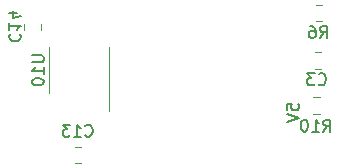
<source format=gbr>
%TF.GenerationSoftware,KiCad,Pcbnew,(5.1.9)-1*%
%TF.CreationDate,2021-07-10T09:55:13-04:00*%
%TF.ProjectId,detector_circuit,64657465-6374-46f7-925f-636972637569,rev?*%
%TF.SameCoordinates,Original*%
%TF.FileFunction,Legend,Bot*%
%TF.FilePolarity,Positive*%
%FSLAX46Y46*%
G04 Gerber Fmt 4.6, Leading zero omitted, Abs format (unit mm)*
G04 Created by KiCad (PCBNEW (5.1.9)-1) date 2021-07-10 09:55:13*
%MOMM*%
%LPD*%
G01*
G04 APERTURE LIST*
%ADD10C,0.150000*%
%ADD11C,0.120000*%
G04 APERTURE END LIST*
D10*
X125055380Y-64071523D02*
X125055380Y-63595333D01*
X125531571Y-63547714D01*
X125483952Y-63595333D01*
X125436333Y-63690571D01*
X125436333Y-63928666D01*
X125483952Y-64023904D01*
X125531571Y-64071523D01*
X125626809Y-64119142D01*
X125864904Y-64119142D01*
X125960142Y-64071523D01*
X126007761Y-64023904D01*
X126055380Y-63928666D01*
X126055380Y-63690571D01*
X126007761Y-63595333D01*
X125960142Y-63547714D01*
X125055380Y-64404857D02*
X126055380Y-64738190D01*
X125055380Y-65071523D01*
D11*
%TO.C,C13*%
X107079148Y-67184200D02*
X107601652Y-67184200D01*
X107079148Y-68604200D02*
X107601652Y-68604200D01*
%TO.C,U10*%
X110002000Y-60706000D02*
X110002000Y-64156000D01*
X110002000Y-60706000D02*
X110002000Y-58756000D01*
X104882000Y-60706000D02*
X104882000Y-62656000D01*
X104882000Y-60706000D02*
X104882000Y-58756000D01*
%TO.C,R10*%
X127310248Y-62980500D02*
X127832752Y-62980500D01*
X127310248Y-64400500D02*
X127832752Y-64400500D01*
%TO.C,R6*%
X127500748Y-55170000D02*
X128023252Y-55170000D01*
X127500748Y-56590000D02*
X128023252Y-56590000D01*
%TO.C,C14*%
X102795000Y-57293252D02*
X102795000Y-56770748D01*
X104215000Y-57293252D02*
X104215000Y-56770748D01*
%TO.C,C3*%
X127968752Y-60590500D02*
X127446248Y-60590500D01*
X127968752Y-59170500D02*
X127446248Y-59170500D01*
%TO.C,C13*%
D10*
X107983257Y-66244742D02*
X108030876Y-66292361D01*
X108173733Y-66339980D01*
X108268971Y-66339980D01*
X108411828Y-66292361D01*
X108507066Y-66197123D01*
X108554685Y-66101885D01*
X108602304Y-65911409D01*
X108602304Y-65768552D01*
X108554685Y-65578076D01*
X108507066Y-65482838D01*
X108411828Y-65387600D01*
X108268971Y-65339980D01*
X108173733Y-65339980D01*
X108030876Y-65387600D01*
X107983257Y-65435219D01*
X107030876Y-66339980D02*
X107602304Y-66339980D01*
X107316590Y-66339980D02*
X107316590Y-65339980D01*
X107411828Y-65482838D01*
X107507066Y-65578076D01*
X107602304Y-65625695D01*
X106697542Y-65339980D02*
X106078495Y-65339980D01*
X106411828Y-65720933D01*
X106268971Y-65720933D01*
X106173733Y-65768552D01*
X106126114Y-65816171D01*
X106078495Y-65911409D01*
X106078495Y-66149504D01*
X106126114Y-66244742D01*
X106173733Y-66292361D01*
X106268971Y-66339980D01*
X106554685Y-66339980D01*
X106649923Y-66292361D01*
X106697542Y-66244742D01*
%TO.C,U10*%
X103465380Y-59467904D02*
X104274904Y-59467904D01*
X104370142Y-59515523D01*
X104417761Y-59563142D01*
X104465380Y-59658380D01*
X104465380Y-59848857D01*
X104417761Y-59944095D01*
X104370142Y-59991714D01*
X104274904Y-60039333D01*
X103465380Y-60039333D01*
X104465380Y-61039333D02*
X104465380Y-60467904D01*
X104465380Y-60753619D02*
X103465380Y-60753619D01*
X103608238Y-60658380D01*
X103703476Y-60563142D01*
X103751095Y-60467904D01*
X103465380Y-61658380D02*
X103465380Y-61753619D01*
X103513000Y-61848857D01*
X103560619Y-61896476D01*
X103655857Y-61944095D01*
X103846333Y-61991714D01*
X104084428Y-61991714D01*
X104274904Y-61944095D01*
X104370142Y-61896476D01*
X104417761Y-61848857D01*
X104465380Y-61753619D01*
X104465380Y-61658380D01*
X104417761Y-61563142D01*
X104370142Y-61515523D01*
X104274904Y-61467904D01*
X104084428Y-61420285D01*
X103846333Y-61420285D01*
X103655857Y-61467904D01*
X103560619Y-61515523D01*
X103513000Y-61563142D01*
X103465380Y-61658380D01*
%TO.C,R10*%
X128150857Y-65920880D02*
X128484190Y-65444690D01*
X128722285Y-65920880D02*
X128722285Y-64920880D01*
X128341333Y-64920880D01*
X128246095Y-64968500D01*
X128198476Y-65016119D01*
X128150857Y-65111357D01*
X128150857Y-65254214D01*
X128198476Y-65349452D01*
X128246095Y-65397071D01*
X128341333Y-65444690D01*
X128722285Y-65444690D01*
X127198476Y-65920880D02*
X127769904Y-65920880D01*
X127484190Y-65920880D02*
X127484190Y-64920880D01*
X127579428Y-65063738D01*
X127674666Y-65158976D01*
X127769904Y-65206595D01*
X126579428Y-64920880D02*
X126484190Y-64920880D01*
X126388952Y-64968500D01*
X126341333Y-65016119D01*
X126293714Y-65111357D01*
X126246095Y-65301833D01*
X126246095Y-65539928D01*
X126293714Y-65730404D01*
X126341333Y-65825642D01*
X126388952Y-65873261D01*
X126484190Y-65920880D01*
X126579428Y-65920880D01*
X126674666Y-65873261D01*
X126722285Y-65825642D01*
X126769904Y-65730404D01*
X126817523Y-65539928D01*
X126817523Y-65301833D01*
X126769904Y-65111357D01*
X126722285Y-65016119D01*
X126674666Y-64968500D01*
X126579428Y-64920880D01*
%TO.C,R6*%
X127865166Y-57983380D02*
X128198500Y-57507190D01*
X128436595Y-57983380D02*
X128436595Y-56983380D01*
X128055642Y-56983380D01*
X127960404Y-57031000D01*
X127912785Y-57078619D01*
X127865166Y-57173857D01*
X127865166Y-57316714D01*
X127912785Y-57411952D01*
X127960404Y-57459571D01*
X128055642Y-57507190D01*
X128436595Y-57507190D01*
X127008023Y-56983380D02*
X127198500Y-56983380D01*
X127293738Y-57031000D01*
X127341357Y-57078619D01*
X127436595Y-57221476D01*
X127484214Y-57411952D01*
X127484214Y-57792904D01*
X127436595Y-57888142D01*
X127388976Y-57935761D01*
X127293738Y-57983380D01*
X127103261Y-57983380D01*
X127008023Y-57935761D01*
X126960404Y-57888142D01*
X126912785Y-57792904D01*
X126912785Y-57554809D01*
X126960404Y-57459571D01*
X127008023Y-57411952D01*
X127103261Y-57364333D01*
X127293738Y-57364333D01*
X127388976Y-57411952D01*
X127436595Y-57459571D01*
X127484214Y-57554809D01*
%TO.C,C14*%
X101623857Y-57665857D02*
X101576238Y-57713476D01*
X101528619Y-57856333D01*
X101528619Y-57951571D01*
X101576238Y-58094428D01*
X101671476Y-58189666D01*
X101766714Y-58237285D01*
X101957190Y-58284904D01*
X102100047Y-58284904D01*
X102290523Y-58237285D01*
X102385761Y-58189666D01*
X102481000Y-58094428D01*
X102528619Y-57951571D01*
X102528619Y-57856333D01*
X102481000Y-57713476D01*
X102433380Y-57665857D01*
X101528619Y-56713476D02*
X101528619Y-57284904D01*
X101528619Y-56999190D02*
X102528619Y-56999190D01*
X102385761Y-57094428D01*
X102290523Y-57189666D01*
X102242904Y-57284904D01*
X102195285Y-55856333D02*
X101528619Y-55856333D01*
X102576238Y-56094428D02*
X101861952Y-56332523D01*
X101861952Y-55713476D01*
%TO.C,C3*%
X127738166Y-61888642D02*
X127785785Y-61936261D01*
X127928642Y-61983880D01*
X128023880Y-61983880D01*
X128166738Y-61936261D01*
X128261976Y-61841023D01*
X128309595Y-61745785D01*
X128357214Y-61555309D01*
X128357214Y-61412452D01*
X128309595Y-61221976D01*
X128261976Y-61126738D01*
X128166738Y-61031500D01*
X128023880Y-60983880D01*
X127928642Y-60983880D01*
X127785785Y-61031500D01*
X127738166Y-61079119D01*
X127404833Y-60983880D02*
X126785785Y-60983880D01*
X127119119Y-61364833D01*
X126976261Y-61364833D01*
X126881023Y-61412452D01*
X126833404Y-61460071D01*
X126785785Y-61555309D01*
X126785785Y-61793404D01*
X126833404Y-61888642D01*
X126881023Y-61936261D01*
X126976261Y-61983880D01*
X127261976Y-61983880D01*
X127357214Y-61936261D01*
X127404833Y-61888642D01*
%TD*%
M02*

</source>
